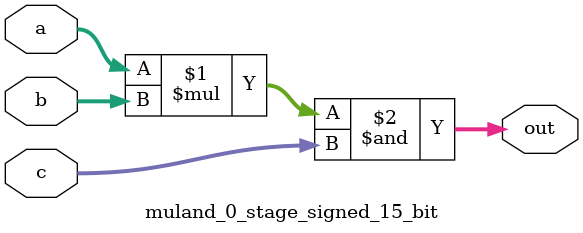
<source format=sv>
(* use_dsp = "yes" *) module muland_0_stage_signed_15_bit(
	input signed [14:0] a,
	input signed [14:0] b,
	input signed [14:0] c,
	output [14:0] out
	);

	assign out = (a * b) & c;
endmodule

</source>
